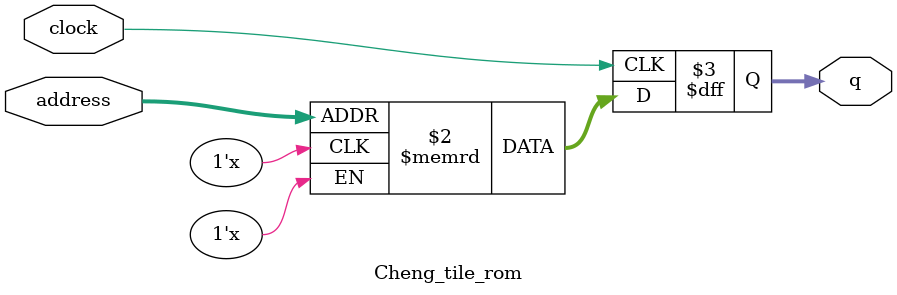
<source format=sv>
module Cheng_tile_rom (
	input logic clock,
	input logic [13:0] address,
	output logic [3:0] q
);

logic [3:0] memory [0:9215] /* synthesis ram_init_file = "./Cheng_tile/Cheng_tile.mif" */;

always_ff @ (posedge clock) begin
	q <= memory[address];
end

endmodule

</source>
